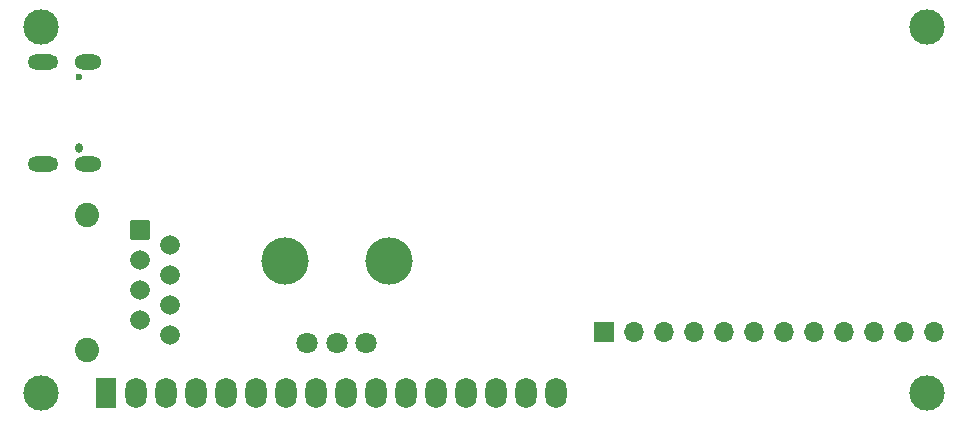
<source format=gbr>
%TF.GenerationSoftware,KiCad,Pcbnew,8.0.4*%
%TF.CreationDate,2024-11-18T06:36:06-07:00*%
%TF.ProjectId,SnakeTank,536e616b-6554-4616-9e6b-2e6b69636164,rev?*%
%TF.SameCoordinates,Original*%
%TF.FileFunction,Soldermask,Bot*%
%TF.FilePolarity,Negative*%
%FSLAX46Y46*%
G04 Gerber Fmt 4.6, Leading zero omitted, Abs format (unit mm)*
G04 Created by KiCad (PCBNEW 8.0.4) date 2024-11-18 06:36:06*
%MOMM*%
%LPD*%
G01*
G04 APERTURE LIST*
G04 Aperture macros list*
%AMRoundRect*
0 Rectangle with rounded corners*
0 $1 Rounding radius*
0 $2 $3 $4 $5 $6 $7 $8 $9 X,Y pos of 4 corners*
0 Add a 4 corners polygon primitive as box body*
4,1,4,$2,$3,$4,$5,$6,$7,$8,$9,$2,$3,0*
0 Add four circle primitives for the rounded corners*
1,1,$1+$1,$2,$3*
1,1,$1+$1,$4,$5*
1,1,$1+$1,$6,$7*
1,1,$1+$1,$8,$9*
0 Add four rect primitives between the rounded corners*
20,1,$1+$1,$2,$3,$4,$5,0*
20,1,$1+$1,$4,$5,$6,$7,0*
20,1,$1+$1,$6,$7,$8,$9,0*
20,1,$1+$1,$8,$9,$2,$3,0*%
G04 Aperture macros list end*
%ADD10C,4.000000*%
%ADD11C,1.800000*%
%ADD12R,1.700000X1.700000*%
%ADD13O,1.700000X1.700000*%
%ADD14C,2.050000*%
%ADD15RoundRect,0.102000X-0.729000X0.729000X-0.729000X-0.729000X0.729000X-0.729000X0.729000X0.729000X0*%
%ADD16C,1.662000*%
%ADD17C,0.600000*%
%ADD18O,0.600000X0.850000*%
%ADD19O,2.300000X1.300000*%
%ADD20O,2.600000X1.300000*%
%ADD21C,3.000000*%
%ADD22R,1.800000X2.600000*%
%ADD23O,1.800000X2.600000*%
G04 APERTURE END LIST*
D10*
%TO.C,RV1*%
X41574000Y-46802000D03*
X50374000Y-46802000D03*
D11*
X48474000Y-53802000D03*
X45974000Y-53802000D03*
X43474000Y-53802000D03*
%TD*%
D12*
%TO.C,J1*%
X68580000Y-52807000D03*
D13*
X71120000Y-52807000D03*
X73660000Y-52807000D03*
X76200000Y-52807000D03*
X78740000Y-52807000D03*
X81280000Y-52807000D03*
X83820000Y-52807000D03*
X86360000Y-52807000D03*
X88900000Y-52807000D03*
X91440000Y-52807000D03*
X93980000Y-52807000D03*
X96520000Y-52807000D03*
%TD*%
D14*
%TO.C,J3*%
X24860000Y-42926000D03*
X24860000Y-54356000D03*
D15*
X29340000Y-44196000D03*
D16*
X31880000Y-45466000D03*
X29340000Y-46736000D03*
X31880000Y-48006000D03*
X29340000Y-49276000D03*
X31880000Y-50546000D03*
X29340000Y-51816000D03*
X31880000Y-53086000D03*
%TD*%
D17*
%TO.C,J2*%
X24173000Y-31286000D03*
D18*
X24173000Y-37286000D03*
D19*
X24898000Y-29966000D03*
D20*
X21073000Y-29966000D03*
D19*
X24898000Y-38606000D03*
D20*
X21073000Y-38606000D03*
%TD*%
D21*
%TO.C,DS1*%
X20916900Y-27028800D03*
X20916900Y-58029500D03*
X95915480Y-27028800D03*
X95916000Y-58029500D03*
D22*
X26416000Y-58029500D03*
D23*
X28956000Y-58029500D03*
X31496000Y-58029500D03*
X34036000Y-58029500D03*
X36576000Y-58029500D03*
X39116000Y-58029500D03*
X41656000Y-58029500D03*
X44196000Y-58029500D03*
X46736000Y-58029500D03*
X49276000Y-58029500D03*
X51816000Y-58029500D03*
X54356000Y-58029500D03*
X56896000Y-58029500D03*
X59436000Y-58029500D03*
X61976000Y-58029500D03*
X64516000Y-58029500D03*
%TD*%
M02*

</source>
